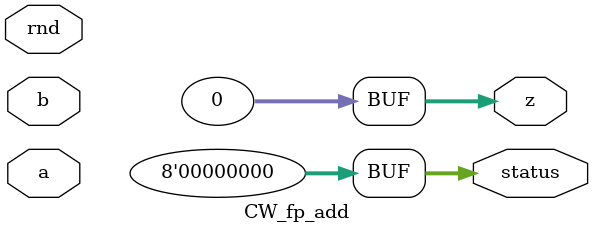
<source format=v>
module CW_fp_add(a, b, rnd, z, status);

parameter sig_width = 23;
parameter exp_width = 8;
parameter ieee_compliance = 1;

input [sig_width + exp_width:0] a;
input [sig_width + exp_width:0] b;
input [2:0] rnd;
output [sig_width + exp_width:0] z;
output [7:0] status;

assign status = 8'h0;
assign z = {(sig_width+exp_width+1){1'b0}};

endmodule

</source>
